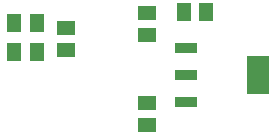
<source format=gbr>
G04 EAGLE Gerber RS-274X export*
G75*
%MOMM*%
%FSLAX34Y34*%
%LPD*%
%INSolderpaste Bottom*%
%IPPOS*%
%AMOC8*
5,1,8,0,0,1.08239X$1,22.5*%
G01*
%ADD10R,1.900000X0.900000*%
%ADD11R,1.900000X3.200000*%
%ADD12R,1.500000X1.300000*%
%ADD13R,1.300000X1.500000*%


D10*
X298110Y64630D03*
X298110Y87630D03*
X298110Y110630D03*
D11*
X359110Y87630D03*
D12*
X265110Y140310D03*
X265110Y121310D03*
X265110Y45110D03*
X265110Y64110D03*
D13*
X315570Y140970D03*
X296570Y140970D03*
D12*
X196850Y127610D03*
X196850Y108610D03*
D13*
X172060Y131380D03*
X172060Y107380D03*
X153060Y107380D03*
X153060Y131380D03*
M02*

</source>
